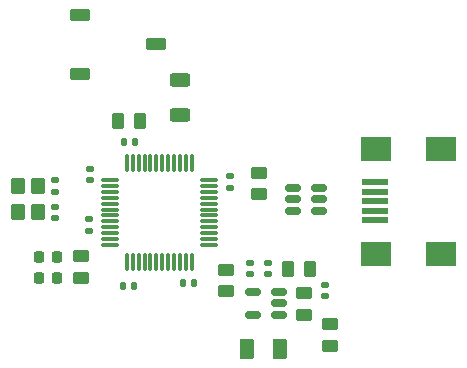
<source format=gtp>
%TF.GenerationSoftware,KiCad,Pcbnew,9.0.5*%
%TF.CreationDate,2025-11-09T16:32:06+01:00*%
%TF.ProjectId,PTP,5054502e-6b69-4636-9164-5f7063625858,rev?*%
%TF.SameCoordinates,Original*%
%TF.FileFunction,Paste,Top*%
%TF.FilePolarity,Positive*%
%FSLAX46Y46*%
G04 Gerber Fmt 4.6, Leading zero omitted, Abs format (unit mm)*
G04 Created by KiCad (PCBNEW 9.0.5) date 2025-11-09 16:32:06*
%MOMM*%
%LPD*%
G01*
G04 APERTURE LIST*
G04 Aperture macros list*
%AMRoundRect*
0 Rectangle with rounded corners*
0 $1 Rounding radius*
0 $2 $3 $4 $5 $6 $7 $8 $9 X,Y pos of 4 corners*
0 Add a 4 corners polygon primitive as box body*
4,1,4,$2,$3,$4,$5,$6,$7,$8,$9,$2,$3,0*
0 Add four circle primitives for the rounded corners*
1,1,$1+$1,$2,$3*
1,1,$1+$1,$4,$5*
1,1,$1+$1,$6,$7*
1,1,$1+$1,$8,$9*
0 Add four rect primitives between the rounded corners*
20,1,$1+$1,$2,$3,$4,$5,0*
20,1,$1+$1,$4,$5,$6,$7,0*
20,1,$1+$1,$6,$7,$8,$9,0*
20,1,$1+$1,$8,$9,$2,$3,0*%
G04 Aperture macros list end*
%ADD10R,2.300000X0.500000*%
%ADD11R,2.299996X0.500000*%
%ADD12R,2.500000X2.000000*%
%ADD13R,2.500000X1.999992*%
%ADD14RoundRect,0.140000X0.170000X-0.140000X0.170000X0.140000X-0.170000X0.140000X-0.170000X-0.140000X0*%
%ADD15RoundRect,0.140000X-0.170000X0.140000X-0.170000X-0.140000X0.170000X-0.140000X0.170000X0.140000X0*%
%ADD16RoundRect,0.140000X0.140000X0.170000X-0.140000X0.170000X-0.140000X-0.170000X0.140000X-0.170000X0*%
%ADD17RoundRect,0.150000X0.512500X0.150000X-0.512500X0.150000X-0.512500X-0.150000X0.512500X-0.150000X0*%
%ADD18RoundRect,0.250000X0.450000X-0.262500X0.450000X0.262500X-0.450000X0.262500X-0.450000X-0.262500X0*%
%ADD19RoundRect,0.225000X0.225000X0.250000X-0.225000X0.250000X-0.225000X-0.250000X0.225000X-0.250000X0*%
%ADD20RoundRect,0.140000X-0.140000X-0.170000X0.140000X-0.170000X0.140000X0.170000X-0.140000X0.170000X0*%
%ADD21RoundRect,0.250000X-0.350000X0.450000X-0.350000X-0.450000X0.350000X-0.450000X0.350000X0.450000X0*%
%ADD22RoundRect,0.250000X-0.450000X0.262500X-0.450000X-0.262500X0.450000X-0.262500X0.450000X0.262500X0*%
%ADD23RoundRect,0.250000X-0.262500X-0.450000X0.262500X-0.450000X0.262500X0.450000X-0.262500X0.450000X0*%
%ADD24RoundRect,0.075000X-0.662500X-0.075000X0.662500X-0.075000X0.662500X0.075000X-0.662500X0.075000X0*%
%ADD25RoundRect,0.075000X-0.075000X-0.662500X0.075000X-0.662500X0.075000X0.662500X-0.075000X0.662500X0*%
%ADD26RoundRect,0.250000X0.375000X0.625000X-0.375000X0.625000X-0.375000X-0.625000X0.375000X-0.625000X0*%
%ADD27RoundRect,0.250000X-0.625000X0.312500X-0.625000X-0.312500X0.625000X-0.312500X0.625000X0.312500X0*%
%ADD28RoundRect,0.050000X-0.800000X0.450000X-0.800000X-0.450000X0.800000X-0.450000X0.800000X0.450000X0*%
G04 APERTURE END LIST*
D10*
%TO.C,CON1*%
X220500000Y-117900000D03*
X220500000Y-117100000D03*
X220500000Y-116300000D03*
D11*
X220500002Y-115500000D03*
D10*
X220500000Y-114700000D03*
D12*
X220600000Y-120750000D03*
D13*
X226100000Y-120750000D03*
D12*
X220600000Y-111850000D03*
D13*
X226100000Y-111850000D03*
%TD*%
D14*
%TO.C,C11*%
X193450000Y-117730000D03*
X193450000Y-116770000D03*
%TD*%
D15*
%TO.C,C4*%
X208200000Y-114200000D03*
X208200000Y-115160000D03*
%TD*%
D14*
%TO.C,C15*%
X209912500Y-122460000D03*
X209912500Y-121500000D03*
%TD*%
D16*
%TO.C,C9*%
X200110000Y-123500000D03*
X199150000Y-123500000D03*
%TD*%
D17*
%TO.C,U2*%
X215800000Y-117100000D03*
X215800000Y-116150000D03*
X215800000Y-115200000D03*
X213525000Y-115200000D03*
X213525000Y-116150000D03*
X213525000Y-117100000D03*
%TD*%
D18*
%TO.C,C16*%
X207912500Y-123912500D03*
X207912500Y-122087500D03*
%TD*%
%TO.C,R4*%
X216700000Y-128512500D03*
X216700000Y-126687500D03*
%TD*%
D19*
%TO.C,C8*%
X193600000Y-122787500D03*
X192050000Y-122787500D03*
%TD*%
D14*
%TO.C,C10*%
X193450000Y-115480000D03*
X193450000Y-114520000D03*
%TD*%
D20*
%TO.C,C2*%
X199240000Y-111300000D03*
X200200000Y-111300000D03*
%TD*%
D19*
%TO.C,C7*%
X193600000Y-121000000D03*
X192050000Y-121000000D03*
%TD*%
D16*
%TO.C,C5*%
X205200000Y-123200000D03*
X204240000Y-123200000D03*
%TD*%
D21*
%TO.C,Y1*%
X190300000Y-115000000D03*
X190300000Y-117200000D03*
X192000000Y-117200000D03*
X192000000Y-115000000D03*
%TD*%
D22*
%TO.C,R2*%
X210700000Y-113887500D03*
X210700000Y-115712500D03*
%TD*%
D23*
%TO.C,C1*%
X198787500Y-109500000D03*
X200612500Y-109500000D03*
%TD*%
D24*
%TO.C,U1*%
X198087500Y-114500000D03*
X198087500Y-115000000D03*
X198087500Y-115500000D03*
X198087500Y-116000000D03*
X198087500Y-116500000D03*
X198087500Y-117000000D03*
X198087500Y-117500000D03*
X198087500Y-118000000D03*
X198087500Y-118500000D03*
X198087500Y-119000000D03*
X198087500Y-119500000D03*
X198087500Y-120000000D03*
D25*
X199500000Y-121412500D03*
X200000000Y-121412500D03*
X200500000Y-121412500D03*
X201000000Y-121412500D03*
X201500000Y-121412500D03*
X202000000Y-121412500D03*
X202500000Y-121412500D03*
X203000000Y-121412500D03*
X203500000Y-121412500D03*
X204000000Y-121412500D03*
X204500000Y-121412500D03*
X205000000Y-121412500D03*
D24*
X206412500Y-120000000D03*
X206412500Y-119500000D03*
X206412500Y-119000000D03*
X206412500Y-118500000D03*
X206412500Y-118000000D03*
X206412500Y-117500000D03*
X206412500Y-117000000D03*
X206412500Y-116500000D03*
X206412500Y-116000000D03*
X206412500Y-115500000D03*
X206412500Y-115000000D03*
X206412500Y-114500000D03*
D25*
X205000000Y-113087500D03*
X204500000Y-113087500D03*
X204000000Y-113087500D03*
X203500000Y-113087500D03*
X203000000Y-113087500D03*
X202500000Y-113087500D03*
X202000000Y-113087500D03*
X201500000Y-113087500D03*
X201000000Y-113087500D03*
X200500000Y-113087500D03*
X200000000Y-113087500D03*
X199500000Y-113087500D03*
%TD*%
D14*
%TO.C,C6*%
X196300000Y-118780000D03*
X196300000Y-117820000D03*
%TD*%
D22*
%TO.C,C14*%
X214525000Y-124100000D03*
X214525000Y-125925000D03*
%TD*%
D26*
%TO.C,D1*%
X212450000Y-128800000D03*
X209650000Y-128800000D03*
%TD*%
D14*
%TO.C,C3*%
X196400000Y-114500000D03*
X196400000Y-113540000D03*
%TD*%
D17*
%TO.C,U3*%
X212412500Y-125900000D03*
X212412500Y-124950000D03*
X212412500Y-124000000D03*
X210137500Y-124000000D03*
X210137500Y-125900000D03*
%TD*%
D22*
%TO.C,FB1*%
X195600000Y-120975000D03*
X195600000Y-122800000D03*
%TD*%
D27*
%TO.C,R1*%
X204000000Y-106037500D03*
X204000000Y-108962500D03*
%TD*%
D23*
%TO.C,R3*%
X213162500Y-122000000D03*
X214987500Y-122000000D03*
%TD*%
D28*
%TO.C,SW1*%
X195500000Y-100500000D03*
X202000000Y-103000000D03*
X195500000Y-105500000D03*
%TD*%
D15*
%TO.C,C13*%
X216275000Y-123350000D03*
X216275000Y-124310000D03*
%TD*%
%TO.C,C12*%
X211412500Y-121500000D03*
X211412500Y-122460000D03*
%TD*%
M02*

</source>
